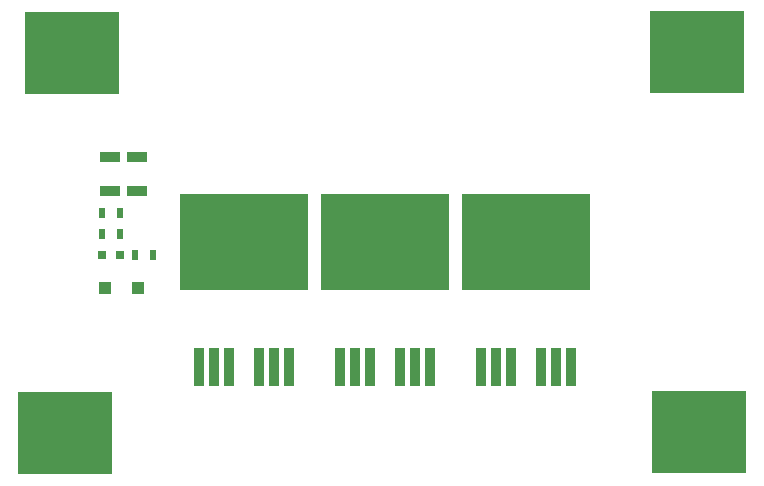
<source format=gbr>
G04 #@! TF.GenerationSoftware,KiCad,Pcbnew,(2017-08-25 revision dd37d0595)-makepkg*
G04 #@! TF.CreationDate,2018-05-27T00:49:56-04:00*
G04 #@! TF.ProjectId,Anti-Spark-Switch,416E74692D537061726B2D5377697463,rev?*
G04 #@! TF.SameCoordinates,Original*
G04 #@! TF.FileFunction,Paste,Top*
G04 #@! TF.FilePolarity,Positive*
%FSLAX46Y46*%
G04 Gerber Fmt 4.6, Leading zero omitted, Abs format (unit mm)*
G04 Created by KiCad (PCBNEW (2017-08-25 revision dd37d0595)-makepkg) date 05/27/18 00:49:56*
%MOMM*%
%LPD*%
G01*
G04 APERTURE LIST*
%ADD10R,1.100000X1.100000*%
%ADD11R,8.000000X7.000000*%
%ADD12R,0.800000X0.750000*%
%ADD13R,0.500000X0.900000*%
%ADD14R,0.899160X3.200400*%
%ADD15R,10.800080X8.150860*%
%ADD16R,1.700000X0.900000*%
G04 APERTURE END LIST*
D10*
X126840000Y-102215000D03*
X124040000Y-102215000D03*
D11*
X174300000Y-114440000D03*
X174200000Y-82280000D03*
X120690000Y-114515000D03*
X121210000Y-82300000D03*
D12*
X125324000Y-99477000D03*
X123824000Y-99477000D03*
D13*
X128065000Y-99465000D03*
X126565000Y-99465000D03*
X125324000Y-95921000D03*
X123824000Y-95921000D03*
X123824000Y-97699000D03*
X125324000Y-97699000D03*
D14*
X139652000Y-108929540D03*
X138382000Y-108929540D03*
X137112000Y-108929540D03*
X134572000Y-108929540D03*
X133302000Y-108929540D03*
X132032000Y-108929540D03*
D15*
X135842000Y-98327580D03*
D14*
X151590000Y-108929540D03*
X150320000Y-108929540D03*
X149050000Y-108929540D03*
X146510000Y-108929540D03*
X145240000Y-108929540D03*
X143970000Y-108929540D03*
D15*
X147780000Y-98327580D03*
D14*
X163528000Y-108929540D03*
X162258000Y-108929540D03*
X160988000Y-108929540D03*
X158448000Y-108929540D03*
X157178000Y-108929540D03*
X155908000Y-108929540D03*
D15*
X159718000Y-98327580D03*
D16*
X126790000Y-94015000D03*
X126790000Y-91115000D03*
X124465000Y-91115000D03*
X124465000Y-94015000D03*
M02*

</source>
